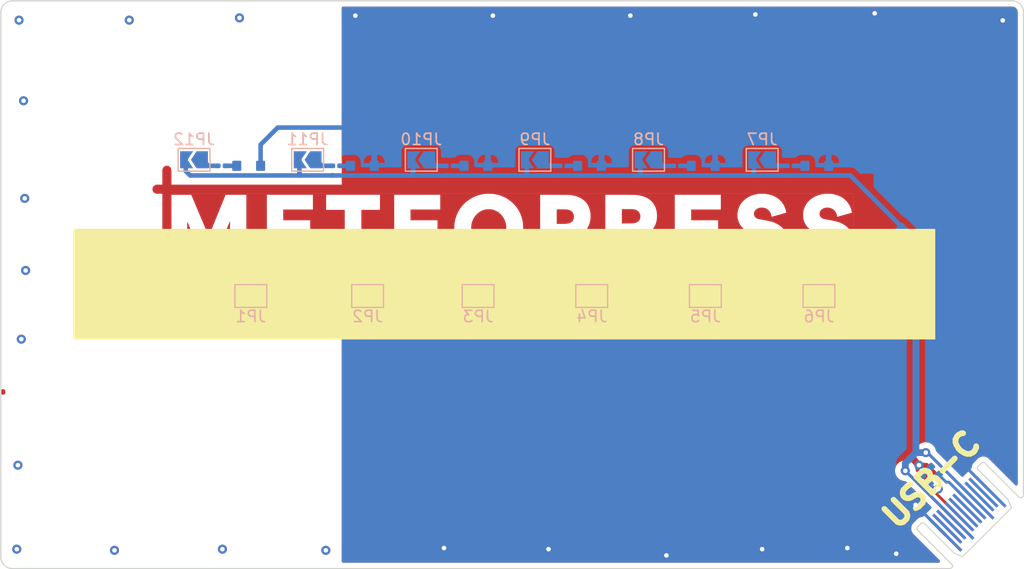
<source format=kicad_pcb>
(kicad_pcb (version 20211014) (generator pcbnew)
  (layers (0 "F.Cu" signal) (31 "B.Cu" signal) (34 "B.Paste" user) (35 "F.Paste" user) (36 "B.SilkS" user "B.Silkscreen") (37 "F.SilkS" user "F.Silkscreen") (38 "B.Mask" user) (39 "F.Mask" user) (44 "Edge.Cuts" user))
  (net 0 "")
  (net 1 "GND")
  (net 2 "Net-(D1-Pad2)")
  (net 3 "Net-(D2-Pad2)")
  (net 4 "Net-(D3-Pad2)")
  (net 5 "Net-(D4-Pad2)")
  (net 6 "Net-(D5-Pad2)")
  (net 7 "Net-(D6-Pad2)")
  (net 8 "Net-(D7-Pad2)")
  (net 9 "Net-(D8-Pad2)")
  (net 10 "Net-(D9-Pad2)")
  (net 11 "Net-(D10-Pad2)")
  (net 12 "+5V")
  (net 27 "Net-(D11-Pad2)")
  (net 28 "Net-(D12-Pad2)")
  (net 29 "Net-(J2-PadA5)")
  (net 30 "Net-(J2-PadB5)")
  (net 31 "Net-(R1-Pad2)")
  (net 32 "Net-(R2-Pad2)")
  (net 33 "Net-(R3-Pad2)")
  (net 34 "Net-(R4-Pad2)")
  (net 35 "Net-(R5-Pad2)")
  (net 36 "Net-(R6-Pad2)")
  (net 37 "Net-(R7-Pad2)")
  (net 38 "Net-(R8-Pad2)")
  (net 39 "Net-(R9-Pad2)")
  (net 40 "Net-(R10-Pad2)")
  (net 41 "Net-(R11-Pad2)")
  (net 42 "Net-(R12-Pad2)")
  (footprint "meteopress:MeteopressLogo_Bare_Inv_60x6" (layer "F.Cu") (at 145 120)
    (fp_text reference "J3" hide)
    (fp_text value "Conn_01x01" hide)
  )
  (footprint "meteopress:PCB-USB-C_straight" (layer "F.Cu") (at 186.79 146.81 -135)
    (fp_text reference "J2" hide)
    (fp_text value "USB_C_Receptacle" hide)
    (fp_line (start -4.535 0) (end -4.385 0) (layer "Edge.Cuts") (width 0.1))
    (fp_line (start 4.185 0.2) (end 4.185 4.45) (layer "Edge.Cuts") (width 0.1))
    (fp_line (start 3.345 0.75) (end 3.345 4.45) (layer "Edge.Cuts") (width 0.1))
    (fp_line (start 3.545 4.65) (end 3.985 4.65) (layer "Edge.Cuts") (width 0.1))
    (fp_line (start -3.045 0) (end -3.345 0.75) (layer "Edge.Cuts") (width 0.1))
    (fp_line (start -3.345 0.75) (end -3.345 4.45) (layer "Edge.Cuts") (width 0.1))
    (fp_line (start 4.385 0) (end 4.5 0) (layer "Edge.Cuts") (width 0.1))
    (fp_line (start 3.045 0) (end 3.345 0.75) (layer "Edge.Cuts") (width 0.1))
    (fp_line (start -3.985 4.65) (end -3.545 4.65) (layer "Edge.Cuts") (width 0.1))
    (fp_line (start -3.045 0) (end 3.045 0) (layer "Edge.Cuts") (width 0.1))
    (fp_line (start -4.185 0.2) (end -4.185 4.45) (layer "Edge.Cuts") (width 0.1))
    (fp_arc (start 4.185 4.45) (mid 4.126421 4.591422) (end 3.985 4.65) (layer "Edge.Cuts") (width 0.1))
    (fp_arc (start 3.545 4.65) (mid 3.403578 4.591421) (end 3.345 4.45) (layer "Edge.Cuts") (width 0.1))
    (fp_arc (start -4.385 0) (mid -4.243579 0.058579) (end -4.185 0.2) (layer "Edge.Cuts") (width 0.1))
    (fp_arc (start -3.985 4.65) (mid -4.126421 4.591421) (end -4.185 4.45) (layer "Edge.Cuts") (width 0.1))
    (fp_arc (start 4.185 0.2) (mid 4.243578 0.058579) (end 4.385 0) (layer "Edge.Cuts") (width 0.1))
    (fp_arc (start -3.345 4.45) (mid -3.403579 4.591421) (end -3.545 4.65) (layer "Edge.Cuts") (width 0.1))
  )
  (footprint "meteopress:R_0201_woSilk" (layer "B.Cu") (at 129.51 114.53 180)
    (fp_text reference "R11" hide)
    (fp_text value "330")
  )
  (footprint "meteopress:R_0201_woSilk" (layer "B.Cu") (at 139.11 125.53)
    (fp_text reference "R3" hide)
    (fp_text value "330")
  )
  (footprint "meteopress:D_0802_side_woSilk" (layer "B.Cu") (at 146.81 125.53)
    (fp_text reference "D4" hide)
    (fp_text value "LED")
  )
  (footprint "Jumper:SolderJumper-2_P1.3mm_Open_TrianglePad1.0x1.5mm" (layer "B.Cu") (at 122 126)
    (fp_text reference "JP1")
    (fp_text value "Jumper_2_Open")
  )
  (footprint "Jumper:SolderJumper-2_P1.3mm_Open_TrianglePad1.0x1.5mm" (layer "B.Cu") (at 137 114 180)
    (fp_text reference "JP10")
    (fp_text value "Jumper_2_Open")
  )
  (footprint "meteopress:R_0201_woSilk" (layer "B.Cu") (at 169.51 114.53 180)
    (fp_text reference "R7" hide)
    (fp_text value "330")
  )
  (footprint "meteopress:D_0802_side_woSilk" (layer "B.Cu") (at 131.81 114.53 180)
    (fp_text reference "D11" hide)
    (fp_text value "LED")
  )
  (footprint "meteopress:R_0201_woSilk" (layer "B.Cu") (at 119.11 125.53)
    (fp_text reference "R1" hide)
    (fp_text value "330")
  )
  (footprint "meteopress:D_0802_side_woSilk" (layer "B.Cu") (at 161.81 114.53 180)
    (fp_text reference "D8" hide)
    (fp_text value "LED")
  )
  (footprint "meteopress:R_0201_woSilk" (layer "B.Cu") (at 139.51 114.53 180)
    (fp_text reference "R10" hide)
    (fp_text value "330")
  )
  (footprint "meteopress:R_0201_woSilk" (layer "B.Cu") (at 149.51 114.53 180)
    (fp_text reference "R9" hide)
    (fp_text value "330")
  )
  (footprint "Jumper:SolderJumper-2_P1.3mm_Open_TrianglePad1.0x1.5mm" (layer "B.Cu") (at 172 126)
    (fp_text reference "JP6")
    (fp_text value "Jumper_2_Open")
  )
  (footprint "meteopress:R_0201_woSilk" (layer "B.Cu") (at 129.11 125.53)
    (fp_text reference "R2" hide)
    (fp_text value "330")
  )
  (footprint "Jumper:SolderJumper-2_P1.3mm_Open_TrianglePad1.0x1.5mm" (layer "B.Cu") (at 157 114 180)
    (fp_text reference "JP8")
    (fp_text value "Jumper_2_Open")
  )
  (footprint "meteopress:D_0402_woSilk" (layer "B.Cu") (at 181.4 142.2 -45)
    (fp_text reference "R43" hide)
    (fp_text value "5k1")
  )
  (footprint "Jumper:SolderJumper-2_P1.3mm_Open_TrianglePad1.0x1.5mm" (layer "B.Cu") (at 152 126)
    (fp_text reference "JP4")
    (fp_text value "Jumper_2_Open")
  )
  (footprint "meteopress:D_0802_side_woSilk" (layer "B.Cu") (at 141.81 114.53 180)
    (fp_text reference "D10" hide)
    (fp_text value "LED")
  )
  (footprint "meteopress:D_0802_side_woSilk" (layer "B.Cu") (at 136.81 125.53)
    (fp_text reference "D3" hide)
    (fp_text value "LED")
  )
  (footprint "meteopress:R_0201_woSilk" (layer "B.Cu") (at 159.11 125.53)
    (fp_text reference "R5" hide)
    (fp_text value "330")
  )
  (footprint "meteopress:R_0201_woSilk" (layer "B.Cu") (at 159.51 114.53 180)
    (fp_text reference "R8" hide)
    (fp_text value "330")
  )
  (footprint "Jumper:SolderJumper-2_P1.3mm_Open_TrianglePad1.0x1.5mm" (layer "B.Cu") (at 117 114 180)
    (fp_text reference "JP12")
    (fp_text value "Jumper_2_Open")
  )
  (footprint "meteopress:D_0802_side_woSilk" (layer "B.Cu") (at 151.81 114.53 180)
    (fp_text reference "D9" hide)
    (fp_text value "LED")
  )
  (footprint "Jumper:SolderJumper-2_P1.3mm_Open_TrianglePad1.0x1.5mm" (layer "B.Cu") (at 132.275 126)
    (fp_text reference "JP2")
    (fp_text value "Jumper_2_Open")
  )
  (footprint "meteopress:D_0802_side_woSilk" (layer "B.Cu") (at 121.81 114.53 180)
    (fp_text reference "D12" hide)
    (fp_text value "LED")
  )
  (footprint "meteopress:D_0802_side_woSilk" (layer "B.Cu") (at 116.81 125.53)
    (fp_text reference "D1" hide)
    (fp_text value "LED")
  )
  (footprint "meteopress:R_0201_woSilk" (layer "B.Cu") (at 169.11 125.53)
    (fp_text reference "R6" hide)
    (fp_text value "330")
  )
  (footprint "Jumper:SolderJumper-2_P1.3mm_Open_TrianglePad1.0x1.5mm" (layer "B.Cu") (at 147 114 180)
    (fp_text reference "JP9")
    (fp_text value "Jumper_2_Open")
  )
  (footprint "meteopress:R_0201_woSilk" (layer "B.Cu") (at 149.11 125.53)
    (fp_text reference "R4" hide)
    (fp_text value "330")
  )
  (footprint "Jumper:SolderJumper-2_P1.3mm_Open_TrianglePad1.0x1.5mm" (layer "B.Cu") (at 142 126)
    (fp_text reference "JP3")
    (fp_text value "Jumper_2_Open")
  )
  (footprint "meteopress:D_0402_woSilk" (layer "B.Cu") (at 182.2 141.4 -45)
    (fp_text reference "R42" hide)
    (fp_text value "5k1")
  )
  (footprint "meteopress:D_0802_side_woSilk" (layer "B.Cu") (at 156.81 125.53)
    (fp_text reference "D5" hide)
    (fp_text value "LED")
  )
  (footprint "Jumper:SolderJumper-2_P1.3mm_Open_TrianglePad1.0x1.5mm" (layer "B.Cu") (at 127 114 180)
    (fp_text reference "JP11")
    (fp_text value "Jumper_2_Open")
  )
  (footprint "meteopress:D_0802_side_woSilk" (layer "B.Cu") (at 126.81 125.53)
    (fp_text reference "D2" hide)
    (fp_text value "LED")
  )
  (footprint "meteopress:D_0802_side_woSilk" (layer "B.Cu") (at 171.81 114.53 180)
    (fp_text reference "D7" hide)
    (fp_text value "LED")
  )
  (footprint "meteopress:D_0802_side_woSilk" (layer "B.Cu") (at 166.81 125.53)
    (fp_text reference "D6" hide)
    (fp_text value "LED")
  )
  (footprint "Jumper:SolderJumper-2_P1.3mm_Open_TrianglePad1.0x1.5mm" (layer "B.Cu") (at 162 126)
    (fp_text reference "JP5")
    (fp_text value "Jumper_2_Open")
  )
  (footprint "meteopress:R_0201_woSilk" (layer "B.Cu") (at 119.43 114.53 180)
    (fp_text reference "R12" hide)
    (fp_text value "330")
  )
  (footprint "Jumper:SolderJumper-2_P1.3mm_Open_TrianglePad1.0x1.5mm" (layer "B.Cu") (at 167 114 180)
    (fp_text reference "JP7")
    (fp_text value "Jumper_2_Open")
  )
  (gr_poly (pts (xy 182.16 129.75) (xy 106.46 129.75) (xy 106.46 120.16) (xy 182.16 120.16)) (layer "F.SilkS") (width 0.15) (fill solid))
  (gr_line (start 188.999999 100.000001) (end 101 100.000001) (layer "Edge.Cuts") (width 0.1))
  (gr_arc (start 188.999999 100.000001) (mid 189.707106 100.292894) (end 189.999999 101.000001) (layer "Edge.Cuts") (width 0.1))
  (gr_line (start 101.000001 149.999999) (end 183.608019 149.999999) (layer "Edge.Cuts") (width 0.1))
  (gr_arc (start 100 101) (mid 100.292893 100.292893) (end 101 100) (layer "Edge.Cuts") (width 0.1))
  (gr_arc (start 101.000001 149.999999) (mid 100.292894 149.707106) (end 100.000001 148.999999) (layer "Edge.Cuts") (width 0.1))
  (gr_line (start 183.608019 149.999999) (end 183.608019 149.991981) (layer "Edge.Cuts") (width 0.1))
  (gr_line (start 189.999999 143.603271) (end 189.996729 143.603271) (layer "Edge.Cuts") (width 0.1))
  (gr_line (start 100 101) (end 100 148.999999) (layer "Edge.Cuts") (width 0.1))
  (gr_line (start 189.999999 101.000001) (end 189.999999 143.603271) (layer "Edge.Cuts") (width 0.1))
  (gr_text "USB-C" (at 181.9 142.163768 45) (layer "F.SilkS") (effects (font (size 2 2) (thickness 0.5))))
  (segment (start 100.2 134.4) (end 100.2 134.5) (width 0.4) (layer "F.Cu") (net 0))
  (segment (start 174.84 123.41) (end 175.4 122.85) (width 0.8) (layer "F.Cu") (net 1))
  (segment (start 187.002132 143.133045) (end 184.684543 140.815457) (width 0.25) (layer "F.Cu") (net 1))
  (segment (start 175.4 116.88) (end 175.11 116.59) (width 0.8) (layer "F.Cu") (net 1))
  (segment (start 114.610673 122.788025) (end 114.610673 114.920673) (width 0.8) (layer "F.Cu") (net 1))
  (segment (start 114.88 123.41) (end 174.84 123.41) (width 0.8) (layer "F.Cu") (net 1))
  (segment (start 114.610673 123.140673) (end 114.610673 122.788025) (width 0.8) (layer "F.Cu") (net 1))
  (segment (start 175.4 122.85) (end 175.4 116.88) (width 0.8) (layer "F.Cu") (net 1))
  (segment (start 183.113045 147.013045) (end 180.5 144.4) (width 0.25) (layer "F.Cu") (net 1))
  (segment (start 175.11 116.59) (end 113.74 116.59) (width 0.8) (layer "F.Cu") (net 1))
  (segment (start 114.88 123.41) (end 114.610673 123.140673) (width 0.8) (layer "F.Cu") (net 1))
  (segment (start 184.684543 140.815457) (end 184.662855 140.793768) (width 0.25) (layer "F.Cu") (net 1))
  (segment (start 183.113045 147.022132) (end 183.113045 147.013045) (width 0.25) (layer "F.Cu") (net 1))
  (via (at 158.575 148.85) (size 0.8) (drill 0.4) (layers "F.Cu" "B.Cu") (net 1))
  (via (at 188.175 101.725) (size 0.8) (drill 0.4) (layers "F.Cu" "B.Cu") (net 1))
  (via (at 119.5 148.3) (size 0.8) (drill 0.4) (layers "F.Cu" "B.Cu") (net 1))
  (via (at 174.5 148.2) (size 0.8) (drill 0.4) (layers "F.Cu" "B.Cu") (net 1))
  (via (at 102.1 117.4) (size 0.8) (drill 0.4) (layers "F.Cu" "B.Cu") (net 1))
  (via (at 110 148.4) (size 0.8) (drill 0.4) (layers "F.Cu" "B.Cu") (net 1))
  (via (at 102.18 123.75) (size 0.8) (drill 0.4) (layers "F.Cu" "B.Cu") (net 1))
  (via (at 101.6 101.7) (size 0.8) (drill 0.4) (layers "F.Cu" "B.Cu") (net 1))
  (via (at 131.2 101.3) (size 0.8) (drill 0.4) (layers "F.Cu" "B.Cu") (net 1))
  (via (at 128.6 148.4) (size 0.8) (drill 0.4) (layers "F.Cu" "B.Cu") (net 1))
  (via (at 121 101.5) (size 0.8) (drill 0.4) (layers "F.Cu" "B.Cu") (net 1))
  (via (at 180.8 140.9) (size 0.8) (drill 0.4) (layers "F.Cu" "B.Cu") (net 1))
  (via (at 102 108.8) (size 0.8) (drill 0.4) (layers "F.Cu" "B.Cu") (net 1))
  (via (at 111.3 101.7) (size 0.8) (drill 0.4) (layers "F.Cu" "B.Cu") (net 1))
  (via (at 178.8 148.7) (size 0.8) (drill 0.4) (layers "F.Cu" "B.Cu") (net 1))
  (via (at 167 148.3) (size 0.8) (drill 0.4) (layers "F.Cu" "B.Cu") (net 1))
  (via (at 143.3 101.3) (size 0.8) (drill 0.4) (layers "F.Cu" "B.Cu") (net 1))
  (via (at 155.4 101.3) (size 0.8) (drill 0.4) (layers "F.Cu" "B.Cu") (net 1))
  (via (at 101.5 140.9) (size 0.8) (drill 0.4) (layers "F.Cu" "B.Cu") (net 1))
  (via (at 176.9 101.1) (size 0.8) (drill 0.4) (layers "F.Cu" "B.Cu") (net 1))
  (via (at 180.5 144.4) (size 0.8) (drill 0.4) (layers "F.Cu" "B.Cu") (net 1))
  (via (at 101.4 148.3) (size 0.8) (drill 0.4) (layers "F.Cu" "B.Cu") (net 1))
  (via (at 166.4 101.2) (size 0.8) (drill 0.4) (layers "F.Cu" "B.Cu") (net 1))
  (via (at 139 148.2) (size 0.8) (drill 0.4) (layers "F.Cu" "B.Cu") (net 1))
  (via (at 101.8 129.8) (size 0.8) (drill 0.4) (layers "F.Cu" "B.Cu") (net 1))
  (via (at 148.2 148.3) (size 0.8) (drill 0.4) (layers "F.Cu" "B.Cu") (net 1))
  (segment (start 125.74 129.29) (end 133.28 129.29) (width 0.4) (layer "B.Cu") (net 1))
  (segment (start 187.002132 143.133045) (end 184.662855 140.793768) (width 0.25) (layer "B.Cu") (net 1))
  (segment (start 183.113045 147.022132) (end 180.9 144.809087) (width 0.25) (layer "B.Cu") (net 1))
  (segment (start 117.11 129.29) (end 125.74 129.29) (width 0.4) (layer "B.Cu") (net 1))
  (segment (start 181.457053 141.457053) (end 180.8 140.8) (width 0.25) (layer "B.Cu") (net 1))
  (segment (start 181.057053 141.857053) (end 181.457053 141.457053) (width 0.25) (layer "B.Cu") (net 1))
  (segment (start 124.37 111.16) (end 132.83 111.16) (width 0.4) (layer "B.Cu") (net 1))
  (segment (start 125.76 125.53) (end 125.76 129.27) (width 0.4) (layer "B.Cu") (net 1))
  (segment (start 115.76 127.94) (end 117.11 129.29) (width 0.4) (layer "B.Cu") (net 1))
  (segment (start 183.113045 147.022132) (end 180.5 144.409087) (width 0.25) (layer "B.Cu") (net 1))
  (segment (start 181.457053 141.457053) (end 181.857053 141.057053) (width 0.25) (layer "B.Cu") (net 1))
  (segment (start 122.86 114.53) (end 122.86 112.67) (width 0.4) (layer "B.Cu") (net 1))
  (segment (start 122.86 112.67) (end 124.28 111.25) (width 0.4) (layer "B.Cu") (net 1))
  (segment (start 124.28 111.25) (end 124.37 111.16) (width 0.4) (layer "B.Cu") (net 1))
  (segment (start 115.76 125.53) (end 115.76 127.94) (width 0.4) (layer "B.Cu") (net 1))
  (segment (start 125.76 129.27) (end 125.74 129.29) (width 0.4) (layer "B.Cu") (net 1))
  (segment (start 118.79 125.53) (end 117.86 125.53) (width 0.4) (layer "B.Cu") (net 2))
  (segment (start 128.79 125.53) (end 127.86 125.53) (width 0.4) (layer "B.Cu") (net 3))
  (segment (start 138.79 125.53) (end 137.86 125.53) (width 0.4) (layer "B.Cu") (net 4))
  (segment (start 148.79 125.53) (end 147.86 125.53) (width 0.4) (layer "B.Cu") (net 5))
  (segment (start 158.79 125.53) (end 157.86 125.53) (width 0.4) (layer "B.Cu") (net 6))
  (segment (start 168.79 125.53) (end 167.86 125.53) (width 0.4) (layer "B.Cu") (net 7))
  (segment (start 169.83 114.53) (end 170.76 114.53) (width 0.4) (layer "B.Cu") (net 8))
  (segment (start 159.83 114.53) (end 160.76 114.53) (width 0.4) (layer "B.Cu") (net 9))
  (segment (start 149.83 114.53) (end 150.76 114.53) (width 0.4) (layer "B.Cu") (net 10))
  (segment (start 139.83 114.53) (end 140.76 114.53) (width 0.4) (layer "B.Cu") (net 11))
  (segment (start 185.941472 144.193705) (end 181.541535 139.793768) (width 0.25) (layer "F.Cu") (net 12))
  (segment (start 184.173705 145.961472) (end 179.606001 141.393768) (width 0.25) (layer "F.Cu") (net 12))
  (segment (start 181.541535 139.793768) (end 181.4 139.793768) (width 0.25) (layer "F.Cu") (net 12))
  (via (at 179.6 141.393768) (size 0.8) (drill 0.4) (layers "F.Cu" "B.Cu") (net 12))
  (via (at 181.4 139.793768) (size 0.8) (drill 0.4) (layers "F.Cu" "B.Cu") (net 12))
  (segment (start 181.4 139.793768) (end 181.541535 139.793768) (width 0.25) (layer "B.Cu") (net 12))
  (segment (start 139.19 115.35) (end 139.16 115.38) (width 0.4) (layer "B.Cu") (net 12))
  (segment (start 129.16 115.38) (end 126.42 115.38) (width 0.4) (layer "B.Cu") (net 12))
  (segment (start 152.725 124.705) (end 152.65 124.63) (width 0.4) (layer "B.Cu") (net 12))
  (segment (start 139.31 124.63) (end 132.88 124.63) (width 0.4) (layer "B.Cu") (net 12))
  (segment (start 146.28 115.38) (end 139.16 115.38) (width 0.4) (layer "B.Cu") (net 12))
  (segment (start 149.43 124.65) (end 149.41 124.63) (width 0.4) (layer "B.Cu") (net 12))
  (segment (start 133 124.75) (end 132.88 124.63) (width 0.4) (layer "B.Cu") (net 12))
  (segment (start 139.43 124.75) (end 139.31 124.63) (width 0.4) (layer "B.Cu") (net 12))
  (segment (start 133 126) (end 133 124.75) (width 0.4) (layer "B.Cu") (net 12))
  (segment (start 159.16 115.38) (end 156.24 115.38) (width 0.4) (layer "B.Cu") (net 12))
  (segment (start 181.541535 139.793768) (end 185.941472 144.193705) (width 0.25) (layer "B.Cu") (net 12))
  (segment (start 172.725 124.685) (end 172.78 124.63) (width 0.4) (layer "B.Cu") (net 12))
  (segment (start 174.76 115.38) (end 169.16 115.38) (width 0.4) (layer "B.Cu") (net 12))
  (segment (start 179.21 119.83) (end 174.41 124.63) (width 0.4) (layer "B.Cu") (net 12))
  (segment (start 122.725 124.675) (end 122.77 124.63) (width 0.4) (layer "B.Cu") (net 12))
  (segment (start 136.275 115.325) (end 136.22 115.38) (width 0.4) (layer "B.Cu") (net 12))
  (segment (start 149.06 115.38) (end 146.28 115.38) (width 0.4) (layer "B.Cu") (net 12))
  (segment (start 169.43 124.65) (end 169.41 124.63) (width 0.4) (layer "B.Cu") (net 12))
  (segment (start 152.725 126) (end 152.725 124.705) (width 0.4) (layer "B.Cu") (net 12))
  (segment (start 159.41 124.63) (end 152.65 124.63) (width 0.4) (layer "B.Cu") (net 12))
  (segment (start 184.167704 145.961472) (end 179.6 141.393768) (width 0.25) (layer "B.Cu") (net 12))
  (segment (start 116.275 114.995) (end 116.66 115.38) (width 0.4) (layer "B.Cu") (net 12))
  (segment (start 156.275 114) (end 156.275 115.345) (width 0.4) (layer "B.Cu") (net 12))
  (segment (start 177.21 117.83) (end 174.76 115.38) (width 0.4) (layer "B.Cu") (net 12))
  (segment (start 162.725 126) (end 162.725 124.735) (width 0.4) (layer "B.Cu") (net 12))
  (segment (start 116.275 114) (end 116.275 114.995) (width 0.4) (layer "B.Cu") (net 12))
  (segment (start 166.275 114) (end 166.275 115.365) (width 0.4) (layer "B.Cu") (net 12))
  (segment (start 142.78 124.63) (end 139.31 124.63) (width 0.4) (layer "B.Cu") (net 12))
  (segment (start 126.275 114) (end 126.275 115.235) (width 0.4) (layer "B.Cu") (net 12))
  (segment (start 162.725 124.735) (end 162.62 124.63) (width 0.4) (layer "B.Cu") (net 12))
  (segment (start 122.725 126) (end 122.725 124.675) (width 0.4) (layer "B.Cu") (net 12))
  (segment (start 180.533439 139.793768) (end 180.533439 121.153439) (width 0.6) (layer "B.Cu") (net 12))
  (segment (start 146.275 115.375) (end 146.28 115.38) (width 0.4) (layer "B.Cu") (net 12))
  (segment (start 129.43 124.65) (end 129.41 124.63) (width 0.4) (layer "B.Cu") (net 12))
  (segment (start 139.16 115.38) (end 136.22 115.38) (width 0.4) (layer "B.Cu") (net 12))
  (segment (start 179.6 140.727207) (end 180.533439 139.793768) (width 0.6) (layer "B.Cu") (net 12))
  (segment (start 146.275 114) (end 146.275 115.375) (width 0.4) (layer "B.Cu") (net 12))
  (segment (start 129.41 124.63) (end 122.77 124.63) (width 0.4) (layer "B.Cu") (net 12))
  (segment (start 184.173705 145.961472) (end 184.167704 145.961472) (width 0.25) (layer "B.Cu") (net 12))
  (segment (start 142.725 126) (end 142.725 124.685) (width 0.4) (layer "B.Cu") (net 12))
  (segment (start 166.275 115.365) (end 166.26 115.38) (width 0.4) (layer "B.Cu") (net 12))
  (segment (start 152.65 124.63) (end 149.41 124.63) (width 0.4) (layer "B.Cu") (net 12))
  (segment (start 129.19 115.35) (end 129.16 115.38) (width 0.4) (layer "B.Cu") (net 12))
  (segment (start 166.26 115.38) (end 159.16 115.38) (width 0.4) (layer "B.Cu") (net 12))
  (segment (start 149.41 124.63) (end 142.78 124.63) (width 0.4) (layer "B.Cu") (net 12))
  (segment (start 156.24 115.38) (end 149.06 115.38) (width 0.4) (layer "B.Cu") (net 12))
  (segment (start 162.62 124.63) (end 159.41 124.63) (width 0.4) (layer "B.Cu") (net 12))
  (segment (start 136.22 115.38) (end 129.16 115.38) (width 0.4) (layer "B.Cu") (net 12))
  (segment (start 172.725 126) (end 172.725 124.685) (width 0.4) (layer "B.Cu") (net 12))
  (segment (start 174.41 124.63) (end 172.78 124.63) (width 0.4) (layer "B.Cu") (net 12))
  (segment (start 142.725 124.685) (end 142.78 124.63) (width 0.4) (layer "B.Cu") (net 12))
  (segment (start 126.275 115.235) (end 126.42 115.38) (width 0.4) (layer "B.Cu") (net 12))
  (segment (start 169.16 115.38) (end 166.26 115.38) (width 0.4) (layer "B.Cu") (net 12))
  (segment (start 179.6 141.393768) (end 179.6 140.727207) (width 0.6) (layer "B.Cu") (net 12))
  (segment (start 180.533439 139.793768) (end 181.4 139.793768) (width 0.6) (layer "B.Cu") (net 12))
  (segment (start 156.275 115.345) (end 156.24 115.38) (width 0.4) (layer "B.Cu") (net 12))
  (segment (start 169.41 124.63) (end 162.62 124.63) (width 0.4) (layer "B.Cu") (net 12))
  (segment (start 116.66 115.38) (end 126.42 115.38) (width 0.4) (layer "B.Cu") (net 12))
  (segment (start 132.88 124.63) (end 129.41 124.63) (width 0.4) (layer "B.Cu") (net 12))
  (segment (start 180.533439 121.153439) (end 179.21 119.83) (width 0.6) (layer "B.Cu") (net 12))
  (segment (start 179.21 119.83) (end 177.21 117.83) (width 0.4) (layer "B.Cu") (net 12))
  (segment (start 172.78 124.63) (end 169.41 124.63) (width 0.4) (layer "B.Cu") (net 12))
  (segment (start 136.275 114) (end 136.275 115.325) (width 0.4) (layer "B.Cu") (net 12))
  (segment (start 159.43 124.65) (end 159.41 124.63) (width 0.4) (layer "B.Cu") (net 12))
  (segment (start 181.4 139.793768) (end 181.2 139.793768) (width 0.4) (layer "B.Cu") (net 12))
  (segment (start 129.83 114.53) (end 130.76 114.53) (width 0.4) (layer "B.Cu") (net 27))
  (segment (start 119.75 114.53) (end 120.76 114.53) (width 0.4) (layer "B.Cu") (net 28))
  (segment (start 182.3 143.38066) (end 182.3 143.2) (width 0.25) (layer "F.Cu") (net 29))
  (segment (start 184.350482 145.431142) (end 184.331142 145.431142) (width 0.25) (layer "F.Cu") (net 29))
  (segment (start 182.3 143.2) (end 182.5 143) (width 0.25) (layer "F.Cu") (net 29))
  (segment (start 182.3 143.38066) (end 184.350482 145.431142) (width 0.25) (layer "F.Cu") (net 29))
  (via (at 182.5 143) (size 0.8) (drill 0.4) (layers "F.Cu" "B.Cu") (net 29))
  (segment (start 182.5 143) (end 182.2 143) (width 0.25) (layer "B.Cu") (net 29))
  (segment (start 182.2 143) (end 181.742947 142.542947) (width 0.25) (layer "B.Cu") (net 29))
  (segment (start 183.2 142.4) (end 182.542947 141.742947) (width 0.25) (layer "B.Cu") (net 30))
  (segment (start 183.44066 142.4) (end 183.2 142.4) (width 0.25) (layer "B.Cu") (net 30))
  (segment (start 185.411142 144.370482) (end 183.44066 142.4) (width 0.25) (layer "B.Cu") (net 30))
  (segment (start 120.805 125.53) (end 121.275 126) (width 0.4) (layer "B.Cu") (net 31))
  (segment (start 119.43 125.53) (end 120.805 125.53) (width 0.4) (layer "B.Cu") (net 31))
  (segment (start 131.08 125.53) (end 131.55 126) (width 0.4) (layer "B.Cu") (net 32))
  (segment (start 129.43 125.53) (end 131.08 125.53) (width 0.4) (layer "B.Cu") (net 32))
  (segment (start 140.805 125.53) (end 141.275 126) (width 0.4) (layer "B.Cu") (net 33))
  (segment (start 139.43 125.53) (end 140.805 125.53) (width 0.4) (layer "B.Cu") (net 33))
  (segment (start 149.43 125.53) (end 150.805 125.53) (width 0.4) (layer "B.Cu") (net 34))
  (segment (start 150.805 125.53) (end 151.275 126) (width 0.4) (layer "B.Cu") (net 34))
  (segment (start 160.805 125.53) (end 161.275 126) (width 0.4) (layer "B.Cu") (net 35))
  (segment (start 159.43 125.53) (end 160.805 125.53) (width 0.4) (layer "B.Cu") (net 35))
  (segment (start 169.43 125.53) (end 170.805 125.53) (width 0.4) (layer "B.Cu") (net 36))
  (segment (start 170.805 125.53) (end 171.275 126) (width 0.4) (layer "B.Cu") (net 36))
  (segment (start 169.19 114.53) (end 168.255 114.53) (width 0.4) (layer "B.Cu") (net 37))
  (segment (start 168.255 114.53) (end 167.725 114) (width 0.4) (layer "B.Cu") (net 37))
  (segment (start 158.255 114.53) (end 157.725 114) (width 0.4) (layer "B.Cu") (net 38))
  (segment (start 159.19 114.53) (end 158.255 114.53) (width 0.4) (layer "B.Cu") (net 38))
  (segment (start 148.255 114.53) (end 147.725 114) (width 0.4) (layer "B.Cu") (net 39))
  (segment (start 149.19 114.53) (end 148.255 114.53) (width 0.4) (layer "B.Cu") (net 39))
  (segment (start 138.255 114.53) (end 137.725 114) (width 0.4) (layer "B.Cu") (net 40))
  (segment (start 139.19 114.53) (end 138.255 114.53) (width 0.4) (layer "B.Cu") (net 40))
  (segment (start 129.19 114.53) (end 128.255 114.53) (width 0.4) (layer "B.Cu") (net 41))
  (segment (start 128.255 114.53) (end 127.725 114) (width 0.4) (layer "B.Cu") (net 41))
  (segment (start 118.255 114.53) (end 117.725 114) (width 0.4) (layer "B.Cu") (net 42))
  (segment (start 119.11 114.53) (end 118.255 114.53) (width 0.4) (layer "B.Cu") (net 42))
  (zone (net 0) (net_name "") (layers F&B.Cu "B.Mask") (connect_pads (clearance 0)) (min_thickness 0.254)
    (keepout (tracks allowed) (vias allowed) (pads allowed) (copperpour not_allowed) (footprints allowed))
    (fill (thermal_gap 0.508) (thermal_bridge_width 0.508))
    (polygon (pts (xy 130 150) (xy 100 150) (xy 100 100) (xy 130 100)))
  )
  (zone (net 1) (net_name "GND") (layer "F.Cu") (connect_pads (clearance 0.508)) (min_thickness 0.254) (fill yes (thermal_gap 0.508) (thermal_bridge_width 0.508))
    (polygon (pts (xy 190 150) (xy 100 150) (xy 100 100) (xy 190 100)))
  )
  (zone (net 1) (net_name "GND") (layer "B.Cu") (connect_pads (clearance 0.508)) (min_thickness 0.254) (fill yes (thermal_gap 0.508) (thermal_bridge_width 0.508))
    (polygon (pts (xy 190 150) (xy 100 150) (xy 100 100) (xy 190 100)))
  )
  (zone (net 0) (net_name "") (layer "B.Cu") (connect_pads (clearance 0)) (min_thickness 0.254)
    (keepout (tracks allowed) (vias allowed) (pads allowed) (copperpour not_allowed) (footprints allowed))
    (fill (thermal_gap 0.508) (thermal_bridge_width 0.508))
    (polygon (pts (xy 176.81 124.83) (xy 113.21 124.83) (xy 113.21 115.23) (xy 176.81 115.23)))
  )
)
</source>
